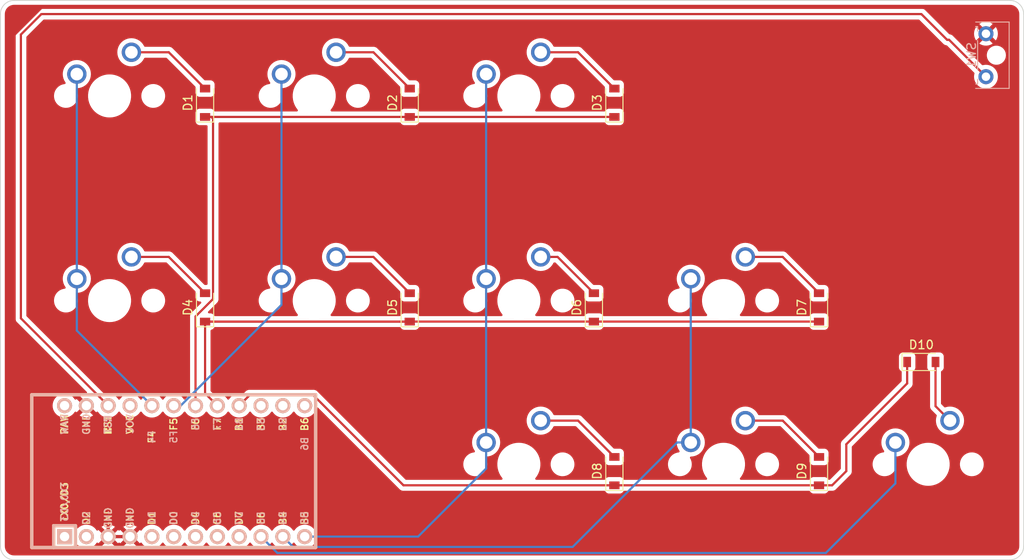
<source format=kicad_pcb>
(kicad_pcb (version 20211014) (generator pcbnew)
  (layers (0 "F.Cu" signal) (31 "B.Cu" signal) (34 "B.Paste" user) (35 "F.Paste" user) (36 "B.SilkS" user "B.Silkscreen") (37 "F.SilkS" user "F.Silkscreen") (38 "B.Mask" user) (39 "F.Mask" user) (44 "Edge.Cuts" user))
  (net 0 "")
  (net 1 "/ROW0")
  (net 2 "Net-(D1-Pad2)")
  (net 3 "Net-(D2-Pad2)")
  (net 4 "Net-(D3-Pad2)")
  (net 5 "/ROW1")
  (net 6 "Net-(D4-Pad2)")
  (net 7 "Net-(D5-Pad2)")
  (net 8 "Net-(D6-Pad2)")
  (net 9 "Net-(D7-Pad2)")
  (net 10 "/ROW2")
  (net 11 "Net-(D8-Pad2)")
  (net 12 "Net-(D9-Pad2)")
  (net 13 "Net-(D10-Pad2)")
  (net 14 "/COL0")
  (net 15 "/COL1")
  (net 16 "/COL2")
  (net 17 "/COL3")
  (net 18 "/COL4")
  (net 19 "GND")
  (net 20 "Net-(SW1-Pad1)")
  (net 28 "+5V")
  (footprint "Diode_SMD:D_SOD-123" (layer "F.Cu") (at 152.4 73.81875 90)
    (fp_text reference "D4" (at 0 -2 90) (layer "F.SilkS"))
    (fp_text value "D_Small")
    (fp_line (start -2.25 -1) (end 1.65 -1) (layer "F.SilkS") (width 0.12))
    (fp_line (start -2.25 -1) (end -2.25 1) (layer "F.SilkS") (width 0.12))
    (fp_line (start -2.25 1) (end 1.65 1) (layer "F.SilkS") (width 0.12))
    (pad "1" smd rect (at -1.65 0 90) (size 0.9 1.2) (layers "F.Cu" "F.Paste" "F.Mask") (net 5 "/ROW1"))
    (pad "2" smd rect (at 1.65 0 90) (size 0.9 1.2) (layers "F.Cu" "F.Paste" "F.Mask") (net 6 "Net-(D4-Pad2)"))
  )
  (footprint "Diode_SMD:D_SOD-123" (layer "F.Cu") (at 223.8375 73.81875 90)
    (fp_text reference "D7" (at 0 -2 90) (layer "F.SilkS"))
    (fp_text value "D_Small")
    (fp_line (start -2.25 -1) (end -2.25 1) (layer "F.SilkS") (width 0.12))
    (fp_line (start -2.25 1) (end 1.65 1) (layer "F.SilkS") (width 0.12))
    (fp_line (start -2.25 -1) (end 1.65 -1) (layer "F.SilkS") (width 0.12))
    (pad "1" smd rect (at -1.65 0 90) (size 0.9 1.2) (layers "F.Cu" "F.Paste" "F.Mask") (net 5 "/ROW1"))
    (pad "2" smd rect (at 1.65 0 90) (size 0.9 1.2) (layers "F.Cu" "F.Paste" "F.Mask") (net 9 "Net-(D7-Pad2)"))
  )
  (footprint "MX_Only:MXOnly-1U-NoLED" (layer "F.Cu") (at 188.9125 49.2125)
    (fp_text reference "MX3")
    (fp_text value "MX-NoLED")
    (pad "" np_thru_hole circle locked (at 0 0) (size 3.9878 3.9878) (drill 3.9878) (layers *.Cu *.Mask))
    (pad "" np_thru_hole circle locked (at -5.08 0 48.0996) (size 1.75 1.75) (drill 1.75) (layers *.Cu *.Mask))
    (pad "" np_thru_hole circle locked (at 5.08 0 48.0996) (size 1.75 1.75) (drill 1.75) (layers *.Cu *.Mask))
    (pad "1" thru_hole circle locked (at -3.81 -2.54) (size 2.25 2.25) (drill 1.47) (layers *.Cu "B.Mask") (net 16 "/COL2"))
    (pad "2" thru_hole circle locked (at 2.54 -5.08) (size 2.25 2.25) (drill 1.47) (layers *.Cu "B.Mask") (net 4 "Net-(D3-Pad2)"))
  )
  (footprint "MX_Only:MXOnly-1U-NoLED" (layer "F.Cu") (at 212.725 73.025)
    (fp_text reference "MX7")
    (fp_text value "MX-NoLED")
    (pad "" np_thru_hole circle locked (at 5.08 0 48.0996) (size 1.75 1.75) (drill 1.75) (layers *.Cu *.Mask))
    (pad "" np_thru_hole circle locked (at 0 0) (size 3.9878 3.9878) (drill 3.9878) (layers *.Cu *.Mask))
    (pad "" np_thru_hole circle locked (at -5.08 0 48.0996) (size 1.75 1.75) (drill 1.75) (layers *.Cu *.Mask))
    (pad "1" thru_hole circle locked (at -3.81 -2.54) (size 2.25 2.25) (drill 1.47) (layers *.Cu "B.Mask") (net 17 "/COL3"))
    (pad "2" thru_hole circle locked (at 2.54 -5.08) (size 2.25 2.25) (drill 1.47) (layers *.Cu "B.Mask") (net 9 "Net-(D7-Pad2)"))
  )
  (footprint "MX_Only:MXOnly-1U-NoLED" (layer "F.Cu") (at 165.1 73.025)
    (fp_text reference "MX5")
    (fp_text value "MX-NoLED")
    (pad "" np_thru_hole circle locked (at 5.08 0 48.0996) (size 1.75 1.75) (drill 1.75) (layers *.Cu *.Mask))
    (pad "" np_thru_hole circle locked (at -5.08 0 48.0996) (size 1.75 1.75) (drill 1.75) (layers *.Cu *.Mask))
    (pad "" np_thru_hole circle locked (at 0 0) (size 3.9878 3.9878) (drill 3.9878) (layers *.Cu *.Mask))
    (pad "1" thru_hole circle locked (at -3.81 -2.54) (size 2.25 2.25) (drill 1.47) (layers *.Cu "B.Mask") (net 15 "/COL1"))
    (pad "2" thru_hole circle locked (at 2.54 -5.08) (size 2.25 2.25) (drill 1.47) (layers *.Cu "B.Mask") (net 7 "Net-(D5-Pad2)"))
  )
  (footprint "MX_Only:MXOnly-1U-NoLED" (layer "F.Cu") (at 165.1 49.2125)
    (fp_text reference "MX2")
    (fp_text value "MX-NoLED")
    (pad "" np_thru_hole circle locked (at 5.08 0 48.0996) (size 1.75 1.75) (drill 1.75) (layers *.Cu *.Mask))
    (pad "" np_thru_hole circle locked (at 0 0) (size 3.9878 3.9878) (drill 3.9878) (layers *.Cu *.Mask))
    (pad "" np_thru_hole circle locked (at -5.08 0 48.0996) (size 1.75 1.75) (drill 1.75) (layers *.Cu *.Mask))
    (pad "1" thru_hole circle locked (at -3.81 -2.54) (size 2.25 2.25) (drill 1.47) (layers *.Cu "B.Mask") (net 15 "/COL1"))
    (pad "2" thru_hole circle locked (at 2.54 -5.08) (size 2.25 2.25) (drill 1.47) (layers *.Cu "B.Mask") (net 3 "Net-(D2-Pad2)"))
  )
  (footprint "MX_Only:MXOnly-1U-NoLED" (layer "F.Cu") (at 141.2875 73.025)
    (fp_text reference "MX4")
    (fp_text value "MX-NoLED")
    (pad "" np_thru_hole circle locked (at 0 0) (size 3.9878 3.9878) (drill 3.9878) (layers *.Cu *.Mask))
    (pad "" np_thru_hole circle locked (at -5.08 0 48.0996) (size 1.75 1.75) (drill 1.75) (layers *.Cu *.Mask))
    (pad "" np_thru_hole circle locked (at 5.08 0 48.0996) (size 1.75 1.75) (drill 1.75) (layers *.Cu *.Mask))
    (pad "1" thru_hole circle locked (at -3.81 -2.54) (size 2.25 2.25) (drill 1.47) (layers *.Cu "B.Mask") (net 14 "/COL0"))
    (pad "2" thru_hole circle locked (at 2.54 -5.08) (size 2.25 2.25) (drill 1.47) (layers *.Cu "B.Mask") (net 6 "Net-(D4-Pad2)"))
  )
  (footprint "MX_Only:MXOnly-1U-NoLED" (layer "F.Cu") (at 188.9125 73.025)
    (fp_text reference "MX6")
    (fp_text value "MX-NoLED")
    (pad "" np_thru_hole circle locked (at -5.08 0 48.0996) (size 1.75 1.75) (drill 1.75) (layers *.Cu *.Mask))
    (pad "" np_thru_hole circle locked (at 5.08 0 48.0996) (size 1.75 1.75) (drill 1.75) (layers *.Cu *.Mask))
    (pad "" np_thru_hole circle locked (at 0 0) (size 3.9878 3.9878) (drill 3.9878) (layers *.Cu *.Mask))
    (pad "1" thru_hole circle locked (at -3.81 -2.54) (size 2.25 2.25) (drill 1.47) (layers *.Cu "B.Mask") (net 16 "/COL2"))
    (pad "2" thru_hole circle locked (at 2.54 -5.08) (size 2.25 2.25) (drill 1.47) (layers *.Cu "B.Mask") (net 8 "Net-(D6-Pad2)"))
  )
  (footprint "Diode_SMD:D_SOD-123" (layer "F.Cu") (at 200.025 92.86875 90)
    (fp_text reference "D8" (at 0 -2 90) (layer "F.SilkS"))
    (fp_text value "D_Small")
    (fp_line (start -2.25 -1) (end 1.65 -1) (layer "F.SilkS") (width 0.12))
    (fp_line (start -2.25 1) (end 1.65 1) (layer "F.SilkS") (width 0.12))
    (fp_line (start -2.25 -1) (end -2.25 1) (layer "F.SilkS") (width 0.12))
    (pad "1" smd rect (at -1.65 0 90) (size 0.9 1.2) (layers "F.Cu" "F.Paste" "F.Mask") (net 10 "/ROW2"))
    (pad "2" smd rect (at 1.65 0 90) (size 0.9 1.2) (layers "F.Cu" "F.Paste" "F.Mask") (net 11 "Net-(D8-Pad2)"))
  )
  (footprint "Diode_SMD:D_SOD-123" (layer "F.Cu") (at 223.8375 92.86875 90)
    (fp_text reference "D9" (at 0 -2 90) (layer "F.SilkS"))
    (fp_text value "D_Small")
    (fp_line (start -2.25 -1) (end 1.65 -1) (layer "F.SilkS") (width 0.12))
    (fp_line (start -2.25 1) (end 1.65 1) (layer "F.SilkS") (width 0.12))
    (fp_line (start -2.25 -1) (end -2.25 1) (layer "F.SilkS") (width 0.12))
    (pad "1" smd rect (at -1.65 0 90) (size 0.9 1.2) (layers "F.Cu" "F.Paste" "F.Mask") (net 10 "/ROW2"))
    (pad "2" smd rect (at 1.65 0 90) (size 0.9 1.2) (layers "F.Cu" "F.Paste" "F.Mask") (net 12 "Net-(D9-Pad2)"))
  )
  (footprint "Diode_SMD:D_SOD-123" (layer "F.Cu") (at 176.2125 73.81875 90)
    (fp_text reference "D5" (at 0 -2 90) (layer "F.SilkS"))
    (fp_text value "D_Small")
    (fp_line (start -2.25 -1) (end 1.65 -1) (layer "F.SilkS") (width 0.12))
    (fp_line (start -2.25 1) (end 1.65 1) (layer "F.SilkS") (width 0.12))
    (fp_line (start -2.25 -1) (end -2.25 1) (layer "F.SilkS") (width 0.12))
    (pad "1" smd rect (at -1.65 0 90) (size 0.9 1.2) (layers "F.Cu" "F.Paste" "F.Mask") (net 5 "/ROW1"))
    (pad "2" smd rect (at 1.65 0 90) (size 0.9 1.2) (layers "F.Cu" "F.Paste" "F.Mask") (net 7 "Net-(D5-Pad2)"))
  )
  (footprint "Diode_SMD:D_SOD-123" (layer "F.Cu") (at 197.64375 73.81875 90)
    (fp_text reference "D6" (at 0 -2 90) (layer "F.SilkS"))
    (fp_text value "D_Small")
    (fp_line (start -2.25 -1) (end 1.65 -1) (layer "F.SilkS") (width 0.12))
    (fp_line (start -2.25 1) (end 1.65 1) (layer "F.SilkS") (width 0.12))
    (fp_line (start -2.25 -1) (end -2.25 1) (layer "F.SilkS") (width 0.12))
    (pad "1" smd rect (at -1.65 0 90) (size 0.9 1.2) (layers "F.Cu" "F.Paste" "F.Mask") (net 5 "/ROW1"))
    (pad "2" smd rect (at 1.65 0 90) (size 0.9 1.2) (layers "F.Cu" "F.Paste" "F.Mask") (net 8 "Net-(D6-Pad2)"))
  )
  (footprint "MX_Only:MXOnly-1U-NoLED" (layer "F.Cu") (at 212.725 92.075)
    (fp_text reference "MX9")
    (fp_text value "MX-NoLED")
    (pad "" np_thru_hole circle locked (at 0 0) (size 3.9878 3.9878) (drill 3.9878) (layers *.Cu *.Mask))
    (pad "" np_thru_hole circle locked (at 5.08 0 48.0996) (size 1.75 1.75) (drill 1.75) (layers *.Cu *.Mask))
    (pad "" np_thru_hole circle locked (at -5.08 0 48.0996) (size 1.75 1.75) (drill 1.75) (layers *.Cu *.Mask))
    (pad "1" thru_hole circle locked (at -3.81 -2.54) (size 2.25 2.25) (drill 1.47) (layers *.Cu "B.Mask") (net 17 "/COL3"))
    (pad "2" thru_hole circle locked (at 2.54 -5.08) (size 2.25 2.25) (drill 1.47) (layers *.Cu "B.Mask") (net 12 "Net-(D9-Pad2)"))
  )
  (footprint "MX_Only:MXOnly-1U-NoLED" (layer "F.Cu") (at 188.9125 92.075)
    (fp_text reference "MX8")
    (fp_text value "MX-NoLED")
    (pad "" np_thru_hole circle locked (at 5.08 0 48.0996) (size 1.75 1.75) (drill 1.75) (layers *.Cu *.Mask))
    (pad "" np_thru_hole circle locked (at 0 0) (size 3.9878 3.9878) (drill 3.9878) (layers *.Cu *.Mask))
    (pad "" np_thru_hole circle locked (at -5.08 0 48.0996) (size 1.75 1.75) (drill 1.75) (layers *.Cu *.Mask))
    (pad "1" thru_hole circle locked (at -3.81 -2.54) (size 2.25 2.25) (drill 1.47) (layers *.Cu "B.Mask") (net 16 "/COL2"))
    (pad "2" thru_hole circle locked (at 2.54 -5.08) (size 2.25 2.25) (drill 1.47) (layers *.Cu "B.Mask") (net 11 "Net-(D8-Pad2)"))
  )
  (footprint "Diode_SMD:D_SOD-123" (layer "F.Cu") (at 152.4 50.00625 90)
    (fp_text reference "D1" (at 0 -2 90) (layer "F.SilkS"))
    (fp_text value "D_Small")
    (fp_line (start -2.25 1) (end 1.65 1) (layer "F.SilkS") (width 0.12))
    (fp_line (start -2.25 -1) (end 1.65 -1) (layer "F.SilkS") (width 0.12))
    (fp_line (start -2.25 -1) (end -2.25 1) (layer "F.SilkS") (width 0.12))
    (pad "1" smd rect (at -1.65 0 90) (size 0.9 1.2) (layers "F.Cu" "F.Paste" "F.Mask") (net 1 "/ROW0"))
    (pad "2" smd rect (at 1.65 0 90) (size 0.9 1.2) (layers "F.Cu" "F.Paste" "F.Mask") (net 2 "Net-(D1-Pad2)"))
  )
  (footprint "Keebio-Parts:ArduinoProMicro" (layer "F.Cu") (at 150.01875 92.86875)
    (fp_text reference "U1" hide)
    (fp_text value "ProMicro" hide)
    (fp_text user "GND" (at -8.89 5.461 90) (layer "B.SilkS") (effects (font (size 0.8 0.8)) (justify mirror)))
    (fp_text user "D0" (at -1.27 5.461 90) (layer "B.SilkS") (effects (font (size 0.8 0.8)) (justify mirror)))
    (fp_text user "F5" (at -1.27 -3.96875 90) (layer "B.SilkS") (effects (font (size 0.8 0.8)) (justify mirror)))
    (fp_text user "B1" (at 6.35 -5.461 90) (layer "B.SilkS") (effects (font (size 0.8 0.8)) (justify mirror)))
    (fp_text user "VCC" (at -6.35 -5.461 90) (layer "B.SilkS") (effects (font (size 0.8 0.8)) (justify mirror)))
    (fp_text user "F7" (at 3.81 -5.461 90) (layer "B.SilkS") (effects (font (size 0.8 0.8)) (justify mirror)))
    (fp_text user "C6" (at 3.81 5.461 90) (layer "B.SilkS") (effects (font (size 0.8 0.8)) (justify mirror)))
    (fp_text user "ST" (at -8.91 -5.04 90) (layer "B.SilkS") (effects (font (size 0.8 0.8)) (justify mirror)))
    (fp_text user "F4" (at -3.81 -3.96875 90) (layer "B.SilkS") (effects (font (size 0.8 0.8)) (justify mirror)))
    (fp_text user "RAW" (at -13.97 -5.461 90) (layer "B.SilkS") (effects (font (size 0.8 0.8)) (justify mirror)))
    (fp_text user "F6" (at 1.27 -5.461 90) (layer "B.SilkS") (effects (font (size 0.8 0.8)) (justify mirror)))
    (fp_text user "B6" (at 13.97 -3.175 90) (layer "B.SilkS") (effects (font (size 0.8 0.8)) (justify mirror)))
    (fp_text user "B2" (at 11.43 -5.461 90) (layer "B.SilkS") (effects (font (size 0.8 0.8)) (justify mirror)))
    (fp_text user "D1" (at -3.81 5.461 90) (layer "B.SilkS") (effects (font (size 0.8 0.8)) (justify mirror)))
    (fp_text user "D7" (at 6.35 5.461 90) (layer "B.SilkS") (effects (font (size 0.8 0.8)) (justify mirror)))
    (fp_text user "D2" (at -11.43 5.461 90) (layer "B.SilkS") (effects (font (size 0.8 0.8)) (justify mirror)))
    (fp_text user "B4" (at 11.43 5.461 90) (layer "B.SilkS") (effects (font (size 0.8 0.8)) (justify mirror)))
    (fp_text user "E6" (at 8.89 5.461 90) (layer "B.SilkS") (effects (font (size 0.8 0.8)) (justify mirror)))
    (fp_text user "B3" (at 8.89 -5.461 90) (layer "B.SilkS") (effects (font (size 0.8 0.8)) (justify mirror)))
    (fp_text user "GND" (at -6.35 5.461 90) (layer "B.SilkS") (effects (font (size 0.8 0.8)) (justify mirror)))
    (fp_text user "B5" (at 13.97 5.461 90) (layer "B.SilkS") (effects (font (size 0.8 0.8)) (justify mirror)))
    (fp_text user "TX0/D3" (at -13.97 3.571872 90) (layer "B.SilkS") (effects (font (size 0.8 0.8)) (justify mirror)))
    (fp_text user "D4" (at 1.27 5.461 90) (layer "B.SilkS") (effects (font (size 0.8 0.8)) (justify mirror)))
    (fp_text user "GND" (at -11.43 -5.461 90) (layer "B.SilkS") (effects (font (size 0.8 0.8)) (justify mirror)))
    (fp_text user "B4" (at 11.43 5.461 90) (layer "F.SilkS") (effects (font (size 0.8 0.8))))
    (fp_text user "GND" (at -6.35 5.461 90) (layer "F.SilkS") (effects (font (size 0.8 0.8))))
    (fp_text user "TX0/D3" (at -13.97 3.571872 90) (layer "F.SilkS") (effects (font (size 0.8 0.8))))
    (fp_text user "ST" (at -8.92 -5.73312 90) (layer "F.SilkS") (effects (font (size 0.8 0.8))))
    (fp_text user "D4" (at 1.27 5.461 90) (layer "F.SilkS") (effects (font (size 0.8 0.8))))
    (fp_text user "E6" (at 8.89 5.461 90) (layer "F.SilkS") (effects (font (size 0.8 0.8))))
    (fp_text user "RAW" (at -13.97 -5.461 90) (layer "F.SilkS") (effects (font (size 0.8 0.8))))
    (fp_text user "B2" (at 11.43 -5.461 90) (layer "F.SilkS") (effects (font (size 0.8 0.8))))
    (fp_text user "B6" (at 13.97 -5.461 90) (layer "F.SilkS") (effects (font (size 0.8 0.8))))
    (fp_text user "F6" (at 1.27 -5.461 90) (layer "F.SilkS") (effects (font (size 0.8 0.8))))
    (fp_text user "F7" (at 3.81 -5.461 90) (layer "F.SilkS") (effects (font (size 0.8 0.8))))
    (fp_text user "D2" (at -11.43 5.461 90) (layer "F.SilkS") (effects (font (size 0.8 0.8))))
    (fp_text user "C6" (at 3.81 5.461 90) (layer "F.SilkS") (effects (font (size 0.8 0.8))))
    (fp_text user "D7" (at 6.35 5.461 90) (layer "F.SilkS") (effects (font (size 0.8 0.8))))
    (fp_text user "B5" (at 13.97 5.461 90) (layer "F.SilkS") (effects (font (size 0.8 0.8))))
    (fp_text user "B3" (at 8.89 -5.461 90) (layer "F.SilkS") (effects (font (size 0.8 0.8))))
    (fp_text user "GND" (at -11.43 -5.461 90) (layer "F.SilkS") (effects (font (size 0.8 0.8))))
    (fp_text user "VCC" (at -6.35 -5.461 90) (layer "F.SilkS") (effects (font (size 0.8 0.8))))
    (fp_text user "F4" (at -3.81 -3.96875 90) (layer "F.SilkS") (effects (font (size 0.8 0.8))))
    (fp_text user "GND" (at -8.89 5.461 90) (layer "F.SilkS") (effects (font (size 0.8 0.8))))
    (fp_text user "F5" (at -1.27 -5.461 90) (layer "F.SilkS") (effects (font (size 0.8 0.8))))
    (fp_text user "D0" (at -1.27 5.461 90) (layer "F.SilkS") (effects (font (size 0.8 0.8))))
    (fp_text user "D1" (at -3.81 5.461 90) (layer "F.SilkS") (effects (font (size 0.8 0.8))))
    (fp_text user "B1" (at 6.35 -5.461 90) (layer "F.SilkS") (effects (font (size 0.8 0.8))))
    (fp_line (start -12.7 6.35) (end -12.7 8.89) (layer "B.SilkS") (width 0.381))
    (fp_line (start 15.24 8.89) (end 15.24 -8.89) (layer "B.SilkS") (width 0.381))
    (fp_line (start -15.24 6.35) (end -12.7 6.35) (layer "B.SilkS") (width 0.381))
    (fp_line (start 15.24 -8.89) (end -17.78 -8.89) (layer "B.SilkS") (width 0.381))
    (fp_line (start -17.78 8.89) (end 15.24 8.89) (layer "B.SilkS") (width 0.381))
    (fp_line (start -15.24 6.35) (end -15.24 8.89) (layer "B.SilkS") (width 0.381))
    (fp_line (start -17.78 -8.89) (end -17.78 8.89) (layer "B.SilkS") (width 0.381))
    (fp_poly (pts (xy -8.75097 -5.844635) (xy -8.55097 -5.844635) (xy -8.55097 -5.944635) (xy -8.75097 -5.944635)) (layer "B.SilkS") (width 0.15) (fill solid))
    (fp_poly (pts (xy -9.35097 -6.244635) (xy -8.55097 -6.244635) (xy -8.55097 -6.344635) (xy -9.35097 -6.344635)) (layer "B.SilkS") (width 0.15) (fill solid))
    (fp_poly (pts (xy -9.35097 -5.844635) (xy -9.25097 -5.844635) (xy -9.25097 -6.344635) (xy -9.35097 -6.344635)) (layer "B.SilkS") (width 0.15) (fill solid))
    (fp_poly (pts (xy -9.35097 -5.844635) (xy -9.05097 -5.844635) (xy -9.05097 -5.944635) (xy -9.35097 -5.944635)) (layer "B.SilkS") (width 0.15) (fill solid))
    (fp_poly (pts (xy -8.95097 -6.044635) (xy -8.85097 -6.044635) (xy -8.85097 -6.144635) (xy -8.95097 -6.144635)) (layer "B.SilkS") (width 0.15) (fill solid))
    (fp_line (start -15.24 6.35) (end -12.7 6.35) (layer "F.SilkS") (width 0.381))
    (fp_line (start -12.7 6.35) (end -12.7 8.89) (layer "F.SilkS") (width 0.381))
    (fp_line (start 15.24 8.89) (end 15.24 -8.89) (layer "F.SilkS") (width 0.381))
    (fp_line (start -17.78 -8.89) (end -17.78 8.89) (layer "F.SilkS") (width 0.381))
    (fp_line (start -15.24 8.89) (end 15.24 8.89) (layer "F.SilkS") (width 0.381))
    (fp_line (start 15.24 -8.89) (end -15.24 -8.89) (layer "F.SilkS") (width 0.381))
    (fp_line (start -15.24 -8.89) (end -17.78 -8.89) (layer "F.SilkS") (width 0.381))
    (fp_line (start -15.24 6.35) (end -15.24 8.89) (layer "F.SilkS") (width 0.381))
    (fp_line (start -17.78 8.89) (end -15.24 8.89) (layer "F.SilkS") (width 0.381))
    (fp_poly (pts (xy -8.76064 -4.931568) (xy -8.56064 -4.931568) (xy -8.56064 -4.831568) (xy -8.76064 -4.831568)) (layer "F.SilkS") (width 0.15) (fill solid))
    (fp_poly (pts (xy -8.96064 -4.731568) (xy -8.86064 -4.731568) (xy -8.86064 -4.631568) (xy -8.96064 -4.631568)) (layer "F.SilkS") (width 0.15) (fill solid))
    (fp_poly (pts (xy -9.36064 -4.531568) (xy -8.56064 -4.531568) (xy -8.56064 -4.431568) (xy -9.36064 -4.431568)) (layer "F.SilkS") (width 0.15) (fill solid))
    (fp_poly (pts (xy -9.36064 -4.931568) (xy -9.06064 -4.931568) (xy -9.06064 -4.831568) (xy -9.36064 -4.831568)) (layer "F.SilkS") (width 0.15) (fill solid))
    (fp_poly (pts (xy -9.36064 -4.931568) (xy -9.26064 -4.931568) (xy -9.26064 -4.431568) (xy -9.36064 -4.431568)) (layer "F.SilkS") (width 0.15) (fill solid))
    (pad "1" thru_hole rect locked (at -13.97 7.62) (size 1.7526 1.7526) (drill 1.0922) (layers *.Cu *.SilkS *.Mask))
    (pad "2" thru_hole circle locked (at -11.43 7.62) (size 1.7526 1.7526) (drill 1.0922) (layers *.Cu *.SilkS *.Mask))
    (pad "3" thru_hole circle locked (at -8.89 7.62) (size 1.7526 1.7526) (drill 1.0922) (layers *.Cu *.SilkS *.Mask) (net 19 "GND"))
    (pad "4" thru_hole circle locked (at -6.35 7.62) (size 1.7526 1.7526) (drill 1.0922) (layers *.Cu *.SilkS *.Mask) (net 19 "GND"))
    (pad "5" thru_hole circle locked (at -3.81 7.62) (size 1.7526 1.7526) (drill 1.0922) (layers *.Cu *.SilkS *.Mask))
    (pad "6" thru_hole circle locked (at -1.27 7.62) (size 1.7526 1.7526) (drill 1.0922) (layers *.Cu *.SilkS *.Mask))
    (pad "7" thru_hole circle locked (at 1.27 7.62) (size 1.7526 1.7526) (drill 1.0922) (layers *.Cu *.SilkS *.Mask))
    (pad "8" thru_hole circle locked (at 3.81 7.62) (size 1.7526 1.7526) (drill 1.0922) (layers *.Cu *.SilkS *.Mask))
    (pad "9" thru_hole circle locked (at 6.35 7.62) (size 1.7526 1.7526) (drill 1.0922) (layers *.Cu *.SilkS *.Mask))
    (pad "10" thru_hole circle locked (at 8.89 7.62) (size 1.7526 1.7526) (drill 1.0922) (layers *.Cu *.SilkS *.Mask) (net 18 "/COL4"))
    (pad "11" thru_hole circle locked (at 11.43 7.62) (size 1.7526 1.7526) (drill 1.0922) (layers *.Cu *.SilkS *.Mask) (net 17 "/COL3"))
    (pad "12" thru_hole circle locked (at 13.97 7.62) (size 1.7526 1.7526) (drill 1.0922) (layers *.Cu *.SilkS *.Mask) (net 16 "/COL2"))
    (pad "13" thru_hole circle locked (at 13.97 -7.62) (size 1.7526 1.7526) (drill 1.0922) (layers *.Cu *.SilkS *.Mask))
    (pad "14" thru_hole circle locked (at 11.43 -7.62) (size 1.7526 1.7526) (drill 1.0922) (layers *.Cu *.SilkS *.Mask))
    (pad "15" thru_hole circle locked (at 8.89 -7.62) (size 1.7526 1.7526) (drill 1.0922) (layers *.Cu *.SilkS *.Mask))
    (pad "16" thru_hole circle locked (at 6.35 -7.62) (size 1.7526 1.7526) (drill 1.0922) (layers *.Cu *.SilkS *.Mask) (net 10 "/ROW2"))
    (pad "17" thru_hole circle locked (at 3.81 -7.62) (size 1.7526 1.7526) (drill 1.0922) (layers *.Cu *.SilkS *.Mask) (net 5 "/ROW1"))
    (pad "18" thru_hole circle locked (at 1.27 -7.62) (size 1.7526 1.7526) (drill 1.0922) (layers *.Cu *.SilkS *.Mask) (net 1 "/ROW0"))
    (pad "19" thru_hole circle locked (at -1.27 -7.62) (size 1.7526 1.7526) (drill 1.0922) (layers *.Cu *.SilkS *.Mask) (net 15 "/COL1"))
    (pad "20" thru_hole circle locked (at -3.81 -7.62) (size 1.7526 1.7526) (drill 1.0922) (layers *.Cu *.SilkS *.Mask) (net 14 "/COL0"))
    (pad "21" thru_hole circle locked (at -6.35 -7.62) (size 1.7526 1.7526) (drill 1.0922) (layers *.Cu *.SilkS *.Mask) (net 28 "+5V"))
    (pad "22" thru_hole circle locked (at -8.89 -7.62) (size 1.7526 1.7526) (drill 1.0922) (layers *.Cu *.SilkS *.Mask) (net 20 "Net-(SW1-Pad1)"))
    (pad "23" thru_hole circle locked (at -11.43 -7.62) (size 1.7526 1.7526) (drill 1.0922) (layers *.Cu *.SilkS *.Mask) (net 19 "GND"))
    (pad "24" thru_hole circle locked (at -13.97 -7.62) (size 1.7526 1.7526) (drill 1.0922) (layers *.Cu *.SilkS *.Mask))
  )
  (footprint "Diode_SMD:D_SOD-123" (layer "F.Cu") (at 200.025 50.00625 90)
    (fp_text reference "D3" (at 0 -2 90) (layer "F.SilkS"))
    (fp_text value "D_Small")
    (fp_line (start -2.25 1) (end 1.65 1) (layer "F.SilkS") (width 0.12))
    (fp_line (start -2.25 -1) (end -2.25 1) (layer "F.SilkS") (width 0.12))
    (fp_line (start -2.25 -1) (end 1.65 -1) (layer "F.SilkS") (width 0.12))
    (pad "1" smd rect (at -1.65 0 90) (size 0.9 1.2) (layers "F.Cu" "F.Paste" "F.Mask") (net 1 "/ROW0"))
    (pad "2" smd rect (at 1.65 0 90) (size 0.9 1.2) (layers "F.Cu" "F.Paste" "F.Mask") (net 4 "Net-(D3-Pad2)"))
  )
  (footprint "MX_Only:MXOnly-1U-NoLED" (layer "F.Cu") (at 236.5375 92.075)
    (fp_text reference "MX10")
    (fp_text value "MX-NoLED")
    (pad "" np_thru_hole circle locked (at 0 0) (size 3.9878 3.9878) (drill 3.9878) (layers *.Cu *.Mask))
    (pad "" np_thru_hole circle locked (at 5.08 0 48.0996) (size 1.75 1.75) (drill 1.75) (layers *.Cu *.Mask))
    (pad "" np_thru_hole circle locked (at -5.08 0 48.0996) (size 1.75 1.75) (drill 1.75) (layers *.Cu *.Mask))
    (pad "1" thru_hole circle locked (at -3.81 -2.54) (size 2.25 2.25) (drill 1.47) (layers *.Cu "B.Mask") (net 18 "/COL4"))
    (pad "2" thru_hole circle locked (at 2.54 -5.08) (size 2.25 2.25) (drill 1.47) (layers *.Cu "B.Mask") (net 13 "Net-(D10-Pad2)"))
  )
  (footprint "Diode_SMD:D_SOD-123" (layer "F.Cu") (at 176.2125 50.00625 90)
    (fp_text reference "D2" (at 0 -2 90) (layer "F.SilkS"))
    (fp_text value "D_Small")
    (fp_line (start -2.25 -1) (end -2.25 1) (layer "F.SilkS") (width 0.12))
    (fp_line (start -2.25 1) (end 1.65 1) (layer "F.SilkS") (width 0.12))
    (fp_line (start -2.25 -1) (end 1.65 -1) (layer "F.SilkS") (width 0.12))
    (pad "1" smd rect (at -1.65 0 90) (size 0.9 1.2) (layers "F.Cu" "F.Paste" "F.Mask") (net 1 "/ROW0"))
    (pad "2" smd rect (at 1.65 0 90) (size 0.9 1.2) (layers "F.Cu" "F.Paste" "F.Mask") (net 3 "Net-(D2-Pad2)"))
  )
  (footprint "MX_Only:MXOnly-1U-NoLED" (layer "F.Cu") (at 141.2875 49.2125)
    (fp_text reference "MX1")
    (fp_text value "MX-NoLED")
    (pad "" np_thru_hole circle locked (at 0 0) (size 3.9878 3.9878) (drill 3.9878) (layers *.Cu *.Mask))
    (pad "" np_thru_hole circle locked (at -5.08 0 48.0996) (size 1.75 1.75) (drill 1.75) (layers *.Cu *.Mask))
    (pad "" np_thru_hole circle locked (at 5.08 0 48.0996) (size 1.75 1.75) (drill 1.75) (layers *.Cu *.Mask))
    (pad "1" thru_hole circle locked (at -3.81 -2.54) (size 2.25 2.25) (drill 1.47) (layers *.Cu "B.Mask") (net 14 "/COL0"))
    (pad "2" thru_hole circle locked (at 2.54 -5.08) (size 2.25 2.25) (drill 1.47) (layers *.Cu "B.Mask") (net 2 "Net-(D1-Pad2)"))
  )
  (footprint "Diode_SMD:D_SOD-123" (layer "F.Cu") (at 235.74375 80.16875)
    (fp_text reference "D10" (at 0 -2) (layer "F.SilkS"))
    (fp_text value "D_Small")
    (fp_line (start -2.25 -1) (end -2.25 1) (layer "F.SilkS") (width 0.12))
    (fp_line (start -2.25 -1) (end 1.65 -1) (layer "F.SilkS") (width 0.12))
    (fp_line (start -2.25 1) (end 1.65 1) (layer "F.SilkS") (width 0.12))
    (pad "1" smd rect (at -1.65 0) (size 0.9 1.2) (layers "F.Cu" "F.Paste" "F.Mask") (net 10 "/ROW2"))
    (pad "2" smd rect (at 1.65 0) (size 0.9 1.2) (layers "F.Cu" "F.Paste" "F.Mask") (net 13 "Net-(D10-Pad2)"))
  )
  (footprint "Keebio-Parts:SW_Tactile_SPST_Angled_MJTP1117-no-mount" (layer "B.Cu") (at 243.2625 46.975 90)
    (fp_text reference "SW1" (at 2.5 -1.68 90) (layer "B.SilkS") (effects (justify mirror)))
    (fp_text value "SW_Push")
    (fp_line (start 5.84 -0.97) (end 5.84 -1.2) (layer "B.SilkS") (width 0.12))
    (fp_line (start 5.3 -0.97) (end 5.84 -0.97) (layer "B.SilkS") (width 0.12))
    (fp_line (start 0.8 -0.97) (end 4.2 -0.97) (layer "B.SilkS") (width 0.12))
    (fp_line (start 6.36 2.7) (end 6.36 -1.2) (layer "B.SilkS") (width 0.12))
    (fp_line (start -1.36 2.7) (end -1.36 -1.2) (layer "B.SilkS") (width 0.12))
    (fp_line (start -0.84 -0.97) (end -0.3 -0.97) (layer "B.SilkS") (width 0.12))
    (fp_line (start -0.84 -0.97) (end -0.84 -1.2) (layer "B.SilkS") (width 0.12))
    (fp_line (start -1.36 2.7) (end 6.36 2.7) (layer "B.SilkS") (width 0.12))
    (pad "" np_thru_hole circle locked (at 2.5 1.21 90) (size 1.2 1.2) (drill 1.2) (layers *.Cu *.Mask))
    (pad "1" thru_hole circle locked (at 0 0 90) (size 1.75 1.75) (drill 0.99) (layers *.Cu *.Mask) (net 20 "Net-(SW1-Pad1)"))
    (pad "2" thru_hole circle locked (at 5 0 90) (size 1.75 1.75) (drill 0.99) (layers *.Cu *.Mask) (net 19 "GND"))
  )
  (gr_line (start 128.5875 101.6) (end 128.5875 39.6875) (layer "Edge.Cuts") (width 0.1))
  (gr_arc (start 128.5875 39.6875) (mid 129.052468 38.564968) (end 130.175 38.1) (layer "Edge.Cuts") (width 0.1))
  (gr_line (start 247.65 39.6875) (end 247.65 101.6) (layer "Edge.Cuts") (width 0.1))
  (gr_arc (start 130.175 103.1875) (mid 129.052468 102.722532) (end 128.5875 101.6) (layer "Edge.Cuts") (width 0.1))
  (gr_arc (start 246.0625 38.1) (mid 247.185032 38.564968) (end 247.65 39.6875) (layer "Edge.Cuts") (width 0.1))
  (gr_line (start 130.175 38.1) (end 246.0625 38.1) (layer "Edge.Cuts") (width 0.1))
  (gr_line (start 246.0625 103.1875) (end 130.175 103.1875) (layer "Edge.Cuts") (width 0.1))
  (gr_arc (start 247.65 101.6) (mid 247.185032 102.722532) (end 246.0625 103.1875) (layer "Edge.Cuts") (width 0.1))
  (segment (start 151.28875 74.876978) (end 151.28875 85.24875) (width 0.254) (layer "F.Cu") (net 1))
  (segment (start 153.13125 51.65625) (end 200.025 51.65625) (width 0.254) (layer "F.Cu") (net 1))
  (segment (start 152.4 51.65625) (end 153.13125 51.65625) (width 0.254) (layer "F.Cu") (net 1))
  (segment (start 153.326511 72.839217) (end 151.28875 74.876978) (width 0.254) (layer "F.Cu") (net 1))
  (segment (start 153.326511 51.851511) (end 153.326511 72.839217) (width 0.254) (layer "F.Cu") (net 1))
  (segment (start 153.13125 51.65625) (end 153.326511 51.851511) (width 0.254) (layer "F.Cu") (net 1))
  (segment (start 143.8275 44.1325) (end 148.17625 44.1325) (width 0.254) (layer "F.Cu") (net 2))
  (segment (start 148.17625 44.1325) (end 152.4 48.35625) (width 0.254) (layer "F.Cu") (net 2))
  (segment (start 171.98875 44.1325) (end 176.2125 48.35625) (width 0.254) (layer "F.Cu") (net 3))
  (segment (start 167.64 44.1325) (end 171.98875 44.1325) (width 0.254) (layer "F.Cu") (net 3))
  (segment (start 191.4525 44.1325) (end 195.80125 44.1325) (width 0.254) (layer "F.Cu") (net 4))
  (segment (start 195.80125 44.1325) (end 200.025 48.35625) (width 0.254) (layer "F.Cu") (net 4))
  (segment (start 152.4 75.46875) (end 176.2125 75.46875) (width 0.254) (layer "F.Cu") (net 5))
  (segment (start 152.4 75.46875) (end 152.4 83.82) (width 0.254) (layer "F.Cu") (net 5))
  (segment (start 152.4 83.82) (end 153.82875 85.24875) (width 0.254) (layer "F.Cu") (net 5))
  (segment (start 223.8375 75.46875) (end 152.4 75.46875) (width 0.254) (layer "F.Cu") (net 5))
  (segment (start 148.17625 67.945) (end 152.4 72.16875) (width 0.254) (layer "F.Cu") (net 6))
  (segment (start 143.8275 67.945) (end 148.17625 67.945) (width 0.254) (layer "F.Cu") (net 6))
  (segment (start 167.64 67.945) (end 171.98875 67.945) (width 0.254) (layer "F.Cu") (net 7))
  (segment (start 171.98875 67.945) (end 176.2125 72.16875) (width 0.254) (layer "F.Cu") (net 7))
  (segment (start 191.4525 67.945) (end 193.42 67.945) (width 0.254) (layer "F.Cu") (net 8))
  (segment (start 193.42 67.945) (end 197.64375 72.16875) (width 0.254) (layer "F.Cu") (net 8))
  (segment (start 219.61375 67.945) (end 223.8375 72.16875) (width 0.254) (layer "F.Cu") (net 9))
  (segment (start 215.265 67.945) (end 219.61375 67.945) (width 0.254) (layer "F.Cu") (net 9))
  (segment (start 223.8375 94.51875) (end 200.025 94.51875) (width 0.254) (layer "F.Cu") (net 10))
  (segment (start 227.0125 92.86875) (end 225.3625 94.51875) (width 0.254) (layer "F.Cu") (net 10))
  (segment (start 165.008439 84.045939) (end 157.571561 84.045939) (width 0.254) (layer "F.Cu") (net 10))
  (segment (start 157.571561 84.045939) (end 156.36875 85.24875) (width 0.254) (layer "F.Cu") (net 10))
  (segment (start 234.09375 80.16875) (end 234.09375 82.665522) (width 0.254) (layer "F.Cu") (net 10))
  (segment (start 227.0125 89.746772) (end 227.0125 92.86875) (width 0.254) (layer "F.Cu") (net 10))
  (segment (start 175.48125 94.51875) (end 165.008439 84.045939) (width 0.254) (layer "F.Cu") (net 10))
  (segment (start 234.09375 82.665522) (end 227.0125 89.746772) (width 0.254) (layer "F.Cu") (net 10))
  (segment (start 225.3625 94.51875) (end 223.8375 94.51875) (width 0.254) (layer "F.Cu") (net 10))
  (segment (start 200.025 94.51875) (end 175.48125 94.51875) (width 0.254) (layer "F.Cu") (net 10))
  (segment (start 195.80125 86.995) (end 200.025 91.21875) (width 0.254) (layer "F.Cu") (net 11))
  (segment (start 191.4525 86.995) (end 195.80125 86.995) (width 0.254) (layer "F.Cu") (net 11))
  (segment (start 191.77 86.995) (end 192.0875 87.3125) (width 0.254) (layer "B.Cu") (net 11))
  (segment (start 219.61375 86.995) (end 223.8375 91.21875) (width 0.254) (layer "F.Cu") (net 12))
  (segment (start 215.265 86.995) (end 219.61375 86.995) (width 0.254) (layer "F.Cu") (net 12))
  (segment (start 237.39375 85.31125) (end 237.39375 80.16875) (width 0.254) (layer "F.Cu") (net 13))
  (segment (start 239.0775 86.995) (end 237.39375 85.31125) (width 0.254) (layer "F.Cu") (net 13))
  (segment (start 137.4775 76.5175) (end 146.20875 85.24875) (width 0.25) (layer "B.Cu") (net 14))
  (segment (start 137.4775 70.485) (end 137.4775 76.5175) (width 0.25) (layer "B.Cu") (net 14))
  (segment (start 137.4775 46.6725) (end 137.4775 70.485) (width 0.25) (layer "B.Cu") (net 14))
  (segment (start 161.29 46.6725) (end 161.29 70.485) (width 0.25) (layer "B.Cu") (net 15))
  (segment (start 149.563341 85.24875) (end 148.74875 85.24875) (width 0.25) (layer "B.Cu") (net 15))
  (segment (start 161.29 73.522091) (end 149.563341 85.24875) (width 0.25) (layer "B.Cu") (net 15))
  (segment (start 161.29 70.485) (end 161.29 73.522091) (width 0.25) (layer "B.Cu") (net 15))
  (segment (start 185.1025 46.6725) (end 185.1025 70.485) (width 0.25) (layer "B.Cu") (net 16))
  (segment (start 185.1025 89.535) (end 185.1025 92.572091) (width 0.25) (layer "B.Cu") (net 16))
  (segment (start 185.1025 70.485) (end 185.1025 89.535) (width 0.25) (layer "B.Cu") (net 16))
  (segment (start 185.1025 92.572091) (end 177.185841 100.48875) (width 0.25) (layer "B.Cu") (net 16))
  (segment (start 177.185841 100.48875) (end 163.98875 100.48875) (width 0.25) (layer "B.Cu") (net 16))
  (segment (start 162.649561 101.689561) (end 161.44875 100.48875) (width 0.25) (layer "B.Cu") (net 17))
  (segment (start 208.915 89.535) (end 207.32401 89.535) (width 0.25) (layer "B.Cu") (net 17))
  (segment (start 195.169449 101.689561) (end 162.649561 101.689561) (width 0.25) (layer "B.Cu") (net 17))
  (segment (start 207.32401 89.535) (end 195.169449 101.689561) (width 0.25) (layer "B.Cu") (net 17))
  (segment (start 208.915 70.485) (end 208.915 89.535) (width 0.25) (layer "B.Cu") (net 17))
  (segment (start 224.63125 102.39375) (end 160.81375 102.39375) (width 0.254) (layer "B.Cu") (net 18))
  (segment (start 232.7275 94.2975) (end 224.63125 102.39375) (width 0.254) (layer "B.Cu") (net 18))
  (segment (start 232.7275 89.535) (end 232.7275 94.2975) (width 0.254) (layer "B.Cu") (net 18))
  (segment (start 160.81375 102.39375) (end 158.90875 100.48875) (width 0.254) (layer "B.Cu") (net 18))
  (segment (start 141.12875 100.48875) (end 143.66875 100.48875) (width 0.381) (layer "F.Cu") (net 19))
  (segment (start 130.175 42.06875) (end 130.175 76.835) (width 0.381) (layer "F.Cu") (net 19))
  (segment (start 133.35 38.89375) (end 130.175 42.06875) (width 0.381) (layer "F.Cu") (net 19))
  (segment (start 243.2625 41.975) (end 240.18125 38.89375) (width 0.381) (layer "F.Cu") (net 19))
  (segment (start 240.18125 38.89375) (end 133.35 38.89375) (width 0.381) (layer "F.Cu") (net 19))
  (segment (start 141.12875 100.48875) (end 141.12875 87.78875) (width 0.381) (layer "F.Cu") (net 19))
  (segment (start 141.12875 87.78875) (end 138.58875 85.24875) (width 0.381) (layer "F.Cu") (net 19))
  (segment (start 130.175 76.835) (end 138.58875 85.24875) (width 0.381) (layer "F.Cu") (net 19))
  (segment (start 238.968489 42.680989) (end 238.737239 42.680989) (width 0.254) (layer "F.Cu") (net 20))
  (segment (start 130.96875 75.08875) (end 141.12875 85.24875) (width 0.254) (layer "F.Cu") (net 20))
  (segment (start 133.35 39.6875) (end 130.96875 42.06875) (width 0.254) (layer "F.Cu") (net 20))
  (segment (start 235.74375 39.6875) (end 133.35 39.6875) (width 0.254) (layer "F.Cu") (net 20))
  (segment (start 238.737239 42.680989) (end 235.74375 39.6875) (width 0.254) (layer "F.Cu") (net 20))
  (segment (start 243.2625 46.975) (end 238.968489 42.680989) (width 0.254) (layer "F.Cu") (net 20))
  (segment (start 130.96875 42.06875) (end 130.96875 75.08875) (width 0.254) (layer "F.Cu") (net 20))
  (zone (net 19) (net_name "GND") (layer "F.Cu") (connect_pads (clearance 0.508)) (min_thickness 0.254) (fill yes (thermal_gap 0.508) (thermal_bridge_width 0.508))
    (polygon (pts (xy 247.65 103.1875) (xy 128.5875 103.1875) (xy 128.5875 38.1) (xy 247.65 38.1)))
  )
)
</source>
